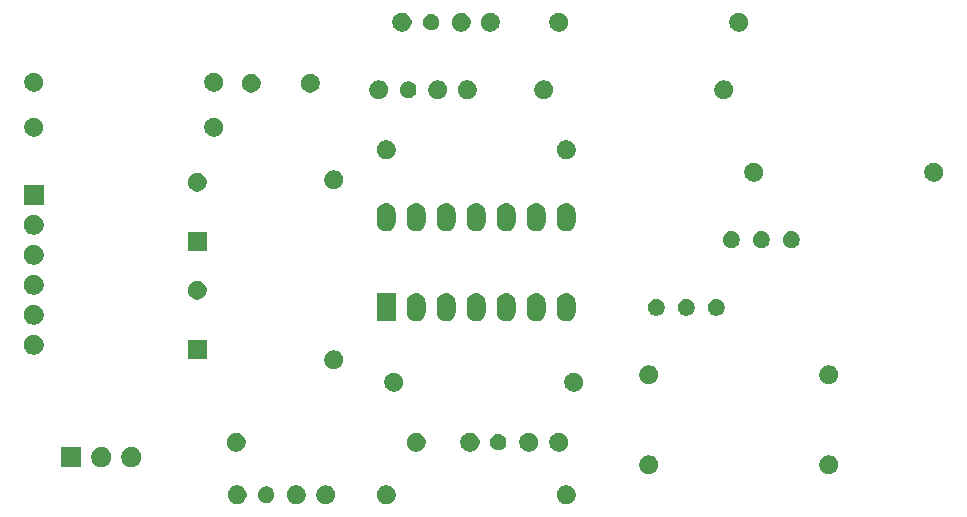
<source format=gbr>
G04 #@! TF.GenerationSoftware,KiCad,Pcbnew,(5.1.6)-1*
G04 #@! TF.CreationDate,2024-02-15T07:59:17+01:00*
G04 #@! TF.ProjectId,AetS_Spectrum_1way,41657453-5f53-4706-9563-7472756d5f31,rev?*
G04 #@! TF.SameCoordinates,Original*
G04 #@! TF.FileFunction,Soldermask,Bot*
G04 #@! TF.FilePolarity,Negative*
%FSLAX46Y46*%
G04 Gerber Fmt 4.6, Leading zero omitted, Abs format (unit mm)*
G04 Created by KiCad (PCBNEW (5.1.6)-1) date 2024-02-15 07:59:17*
%MOMM*%
%LPD*%
G01*
G04 APERTURE LIST*
%ADD10C,0.100000*%
G04 APERTURE END LIST*
D10*
G36*
X186883351Y-76065743D02*
G01*
X187028941Y-76126048D01*
X187159970Y-76213599D01*
X187271401Y-76325030D01*
X187358952Y-76456059D01*
X187419257Y-76601649D01*
X187450000Y-76756206D01*
X187450000Y-76913794D01*
X187419257Y-77068351D01*
X187358952Y-77213941D01*
X187271401Y-77344970D01*
X187159970Y-77456401D01*
X187028941Y-77543952D01*
X186883351Y-77604257D01*
X186728794Y-77635000D01*
X186571206Y-77635000D01*
X186416649Y-77604257D01*
X186271059Y-77543952D01*
X186140030Y-77456401D01*
X186028599Y-77344970D01*
X185941048Y-77213941D01*
X185880743Y-77068351D01*
X185850000Y-76913794D01*
X185850000Y-76756206D01*
X185880743Y-76601649D01*
X185941048Y-76456059D01*
X186028599Y-76325030D01*
X186140030Y-76213599D01*
X186271059Y-76126048D01*
X186416649Y-76065743D01*
X186571206Y-76035000D01*
X186728794Y-76035000D01*
X186883351Y-76065743D01*
G37*
G36*
X192003351Y-76065743D02*
G01*
X192148941Y-76126048D01*
X192279970Y-76213599D01*
X192391401Y-76325030D01*
X192478952Y-76456059D01*
X192539257Y-76601649D01*
X192570000Y-76756206D01*
X192570000Y-76913794D01*
X192539257Y-77068351D01*
X192478952Y-77213941D01*
X192391401Y-77344970D01*
X192279970Y-77456401D01*
X192148941Y-77543952D01*
X192003351Y-77604257D01*
X191848794Y-77635000D01*
X191691206Y-77635000D01*
X191536649Y-77604257D01*
X191391059Y-77543952D01*
X191260030Y-77456401D01*
X191148599Y-77344970D01*
X191061048Y-77213941D01*
X191000743Y-77068351D01*
X190970000Y-76913794D01*
X190970000Y-76756206D01*
X191000743Y-76601649D01*
X191061048Y-76456059D01*
X191148599Y-76325030D01*
X191260030Y-76213599D01*
X191391059Y-76126048D01*
X191536649Y-76065743D01*
X191691206Y-76035000D01*
X191848794Y-76035000D01*
X192003351Y-76065743D01*
G37*
G36*
X207243351Y-76065743D02*
G01*
X207388941Y-76126048D01*
X207519970Y-76213599D01*
X207631401Y-76325030D01*
X207718952Y-76456059D01*
X207779257Y-76601649D01*
X207810000Y-76756206D01*
X207810000Y-76913794D01*
X207779257Y-77068351D01*
X207718952Y-77213941D01*
X207631401Y-77344970D01*
X207519970Y-77456401D01*
X207388941Y-77543952D01*
X207243351Y-77604257D01*
X207088794Y-77635000D01*
X206931206Y-77635000D01*
X206776649Y-77604257D01*
X206631059Y-77543952D01*
X206500030Y-77456401D01*
X206388599Y-77344970D01*
X206301048Y-77213941D01*
X206240743Y-77068351D01*
X206210000Y-76913794D01*
X206210000Y-76756206D01*
X206240743Y-76601649D01*
X206301048Y-76456059D01*
X206388599Y-76325030D01*
X206500030Y-76213599D01*
X206631059Y-76126048D01*
X206776649Y-76065743D01*
X206931206Y-76035000D01*
X207088794Y-76035000D01*
X207243351Y-76065743D01*
G37*
G36*
X184383351Y-76065743D02*
G01*
X184528941Y-76126048D01*
X184659970Y-76213599D01*
X184771401Y-76325030D01*
X184858952Y-76456059D01*
X184919257Y-76601649D01*
X184950000Y-76756206D01*
X184950000Y-76913794D01*
X184919257Y-77068351D01*
X184858952Y-77213941D01*
X184771401Y-77344970D01*
X184659970Y-77456401D01*
X184528941Y-77543952D01*
X184383351Y-77604257D01*
X184228794Y-77635000D01*
X184071206Y-77635000D01*
X183916649Y-77604257D01*
X183771059Y-77543952D01*
X183640030Y-77456401D01*
X183528599Y-77344970D01*
X183441048Y-77213941D01*
X183380743Y-77068351D01*
X183350000Y-76913794D01*
X183350000Y-76756206D01*
X183380743Y-76601649D01*
X183441048Y-76456059D01*
X183528599Y-76325030D01*
X183640030Y-76213599D01*
X183771059Y-76126048D01*
X183916649Y-76065743D01*
X184071206Y-76035000D01*
X184228794Y-76035000D01*
X184383351Y-76065743D01*
G37*
G36*
X179383351Y-76065743D02*
G01*
X179528941Y-76126048D01*
X179659970Y-76213599D01*
X179771401Y-76325030D01*
X179858952Y-76456059D01*
X179919257Y-76601649D01*
X179950000Y-76756206D01*
X179950000Y-76913794D01*
X179919257Y-77068351D01*
X179858952Y-77213941D01*
X179771401Y-77344970D01*
X179659970Y-77456401D01*
X179528941Y-77543952D01*
X179383351Y-77604257D01*
X179228794Y-77635000D01*
X179071206Y-77635000D01*
X178916649Y-77604257D01*
X178771059Y-77543952D01*
X178640030Y-77456401D01*
X178528599Y-77344970D01*
X178441048Y-77213941D01*
X178380743Y-77068351D01*
X178350000Y-76913794D01*
X178350000Y-76756206D01*
X178380743Y-76601649D01*
X178441048Y-76456059D01*
X178528599Y-76325030D01*
X178640030Y-76213599D01*
X178771059Y-76126048D01*
X178916649Y-76065743D01*
X179071206Y-76035000D01*
X179228794Y-76035000D01*
X179383351Y-76065743D01*
G37*
G36*
X181814182Y-76161900D02*
G01*
X181941573Y-76214667D01*
X181941574Y-76214668D01*
X182056224Y-76291274D01*
X182153726Y-76388776D01*
X182153727Y-76388778D01*
X182230333Y-76503427D01*
X182283100Y-76630818D01*
X182310000Y-76766055D01*
X182310000Y-76903945D01*
X182283100Y-77039182D01*
X182230333Y-77166573D01*
X182230332Y-77166574D01*
X182153726Y-77281224D01*
X182056224Y-77378726D01*
X181998510Y-77417289D01*
X181941573Y-77455333D01*
X181814182Y-77508100D01*
X181678945Y-77535000D01*
X181541055Y-77535000D01*
X181405818Y-77508100D01*
X181278427Y-77455333D01*
X181221490Y-77417289D01*
X181163776Y-77378726D01*
X181066274Y-77281224D01*
X180989668Y-77166574D01*
X180989667Y-77166573D01*
X180936900Y-77039182D01*
X180910000Y-76903945D01*
X180910000Y-76766055D01*
X180936900Y-76630818D01*
X180989667Y-76503427D01*
X181066273Y-76388778D01*
X181066274Y-76388776D01*
X181163776Y-76291274D01*
X181278426Y-76214668D01*
X181278427Y-76214667D01*
X181405818Y-76161900D01*
X181541055Y-76135000D01*
X181678945Y-76135000D01*
X181814182Y-76161900D01*
G37*
G36*
X214228351Y-73525743D02*
G01*
X214373941Y-73586048D01*
X214504970Y-73673599D01*
X214616401Y-73785030D01*
X214703952Y-73916059D01*
X214764257Y-74061649D01*
X214795000Y-74216206D01*
X214795000Y-74373794D01*
X214764257Y-74528351D01*
X214703952Y-74673941D01*
X214616401Y-74804970D01*
X214504970Y-74916401D01*
X214373941Y-75003952D01*
X214228351Y-75064257D01*
X214073794Y-75095000D01*
X213916206Y-75095000D01*
X213761649Y-75064257D01*
X213616059Y-75003952D01*
X213485030Y-74916401D01*
X213373599Y-74804970D01*
X213286048Y-74673941D01*
X213225743Y-74528351D01*
X213195000Y-74373794D01*
X213195000Y-74216206D01*
X213225743Y-74061649D01*
X213286048Y-73916059D01*
X213373599Y-73785030D01*
X213485030Y-73673599D01*
X213616059Y-73586048D01*
X213761649Y-73525743D01*
X213916206Y-73495000D01*
X214073794Y-73495000D01*
X214228351Y-73525743D01*
G37*
G36*
X229468351Y-73525743D02*
G01*
X229613941Y-73586048D01*
X229744970Y-73673599D01*
X229856401Y-73785030D01*
X229943952Y-73916059D01*
X230004257Y-74061649D01*
X230035000Y-74216206D01*
X230035000Y-74373794D01*
X230004257Y-74528351D01*
X229943952Y-74673941D01*
X229856401Y-74804970D01*
X229744970Y-74916401D01*
X229613941Y-75003952D01*
X229468351Y-75064257D01*
X229313794Y-75095000D01*
X229156206Y-75095000D01*
X229001649Y-75064257D01*
X228856059Y-75003952D01*
X228725030Y-74916401D01*
X228613599Y-74804970D01*
X228526048Y-74673941D01*
X228465743Y-74528351D01*
X228435000Y-74373794D01*
X228435000Y-74216206D01*
X228465743Y-74061649D01*
X228526048Y-73916059D01*
X228613599Y-73785030D01*
X228725030Y-73673599D01*
X228856059Y-73586048D01*
X229001649Y-73525743D01*
X229156206Y-73495000D01*
X229313794Y-73495000D01*
X229468351Y-73525743D01*
G37*
G36*
X170427935Y-72842664D02*
G01*
X170566282Y-72899970D01*
X170582626Y-72906740D01*
X170721844Y-72999762D01*
X170840238Y-73118156D01*
X170888242Y-73190000D01*
X170933261Y-73257376D01*
X170997336Y-73412065D01*
X171030000Y-73576281D01*
X171030000Y-73743719D01*
X170997336Y-73907935D01*
X170933665Y-74061649D01*
X170933260Y-74062626D01*
X170840238Y-74201844D01*
X170721844Y-74320238D01*
X170582626Y-74413260D01*
X170582625Y-74413261D01*
X170582624Y-74413261D01*
X170427935Y-74477336D01*
X170263719Y-74510000D01*
X170096281Y-74510000D01*
X169932065Y-74477336D01*
X169777376Y-74413261D01*
X169777375Y-74413261D01*
X169777374Y-74413260D01*
X169638156Y-74320238D01*
X169519762Y-74201844D01*
X169426740Y-74062626D01*
X169426335Y-74061649D01*
X169362664Y-73907935D01*
X169330000Y-73743719D01*
X169330000Y-73576281D01*
X169362664Y-73412065D01*
X169426739Y-73257376D01*
X169471758Y-73190000D01*
X169519762Y-73118156D01*
X169638156Y-72999762D01*
X169777374Y-72906740D01*
X169793718Y-72899970D01*
X169932065Y-72842664D01*
X170096281Y-72810000D01*
X170263719Y-72810000D01*
X170427935Y-72842664D01*
G37*
G36*
X165950000Y-74510000D02*
G01*
X164250000Y-74510000D01*
X164250000Y-72810000D01*
X165950000Y-72810000D01*
X165950000Y-74510000D01*
G37*
G36*
X167887935Y-72842664D02*
G01*
X168026282Y-72899970D01*
X168042626Y-72906740D01*
X168181844Y-72999762D01*
X168300238Y-73118156D01*
X168348242Y-73190000D01*
X168393261Y-73257376D01*
X168457336Y-73412065D01*
X168490000Y-73576281D01*
X168490000Y-73743719D01*
X168457336Y-73907935D01*
X168393665Y-74061649D01*
X168393260Y-74062626D01*
X168300238Y-74201844D01*
X168181844Y-74320238D01*
X168042626Y-74413260D01*
X168042625Y-74413261D01*
X168042624Y-74413261D01*
X167887935Y-74477336D01*
X167723719Y-74510000D01*
X167556281Y-74510000D01*
X167392065Y-74477336D01*
X167237376Y-74413261D01*
X167237375Y-74413261D01*
X167237374Y-74413260D01*
X167098156Y-74320238D01*
X166979762Y-74201844D01*
X166886740Y-74062626D01*
X166886335Y-74061649D01*
X166822664Y-73907935D01*
X166790000Y-73743719D01*
X166790000Y-73576281D01*
X166822664Y-73412065D01*
X166886739Y-73257376D01*
X166931758Y-73190000D01*
X166979762Y-73118156D01*
X167098156Y-72999762D01*
X167237374Y-72906740D01*
X167253718Y-72899970D01*
X167392065Y-72842664D01*
X167556281Y-72810000D01*
X167723719Y-72810000D01*
X167887935Y-72842664D01*
G37*
G36*
X206608351Y-71620743D02*
G01*
X206753941Y-71681048D01*
X206884970Y-71768599D01*
X206996401Y-71880030D01*
X207083952Y-72011059D01*
X207144257Y-72156649D01*
X207175000Y-72311206D01*
X207175000Y-72468794D01*
X207144257Y-72623351D01*
X207083952Y-72768941D01*
X206996401Y-72899970D01*
X206884970Y-73011401D01*
X206753941Y-73098952D01*
X206608351Y-73159257D01*
X206453794Y-73190000D01*
X206296206Y-73190000D01*
X206141649Y-73159257D01*
X205996059Y-73098952D01*
X205865030Y-73011401D01*
X205753599Y-72899970D01*
X205666048Y-72768941D01*
X205605743Y-72623351D01*
X205575000Y-72468794D01*
X205575000Y-72311206D01*
X205605743Y-72156649D01*
X205666048Y-72011059D01*
X205753599Y-71880030D01*
X205865030Y-71768599D01*
X205996059Y-71681048D01*
X206141649Y-71620743D01*
X206296206Y-71590000D01*
X206453794Y-71590000D01*
X206608351Y-71620743D01*
G37*
G36*
X204068351Y-71620743D02*
G01*
X204213941Y-71681048D01*
X204344970Y-71768599D01*
X204456401Y-71880030D01*
X204543952Y-72011059D01*
X204604257Y-72156649D01*
X204635000Y-72311206D01*
X204635000Y-72468794D01*
X204604257Y-72623351D01*
X204543952Y-72768941D01*
X204456401Y-72899970D01*
X204344970Y-73011401D01*
X204213941Y-73098952D01*
X204068351Y-73159257D01*
X203913794Y-73190000D01*
X203756206Y-73190000D01*
X203601649Y-73159257D01*
X203456059Y-73098952D01*
X203325030Y-73011401D01*
X203213599Y-72899970D01*
X203126048Y-72768941D01*
X203065743Y-72623351D01*
X203035000Y-72468794D01*
X203035000Y-72311206D01*
X203065743Y-72156649D01*
X203126048Y-72011059D01*
X203213599Y-71880030D01*
X203325030Y-71768599D01*
X203456059Y-71681048D01*
X203601649Y-71620743D01*
X203756206Y-71590000D01*
X203913794Y-71590000D01*
X204068351Y-71620743D01*
G37*
G36*
X199108351Y-71620743D02*
G01*
X199253941Y-71681048D01*
X199384970Y-71768599D01*
X199496401Y-71880030D01*
X199583952Y-72011059D01*
X199644257Y-72156649D01*
X199675000Y-72311206D01*
X199675000Y-72468794D01*
X199644257Y-72623351D01*
X199583952Y-72768941D01*
X199496401Y-72899970D01*
X199384970Y-73011401D01*
X199253941Y-73098952D01*
X199108351Y-73159257D01*
X198953794Y-73190000D01*
X198756206Y-73190000D01*
X198601649Y-73159257D01*
X198456059Y-73098952D01*
X198325030Y-73011401D01*
X198213599Y-72899970D01*
X198126048Y-72768941D01*
X198065743Y-72623351D01*
X198035000Y-72468794D01*
X198035000Y-72311206D01*
X198065743Y-72156649D01*
X198126048Y-72011059D01*
X198213599Y-71880030D01*
X198325030Y-71768599D01*
X198456059Y-71681048D01*
X198601649Y-71620743D01*
X198756206Y-71590000D01*
X198953794Y-71590000D01*
X199108351Y-71620743D01*
G37*
G36*
X179303351Y-71620743D02*
G01*
X179448941Y-71681048D01*
X179579970Y-71768599D01*
X179691401Y-71880030D01*
X179778952Y-72011059D01*
X179839257Y-72156649D01*
X179870000Y-72311206D01*
X179870000Y-72468794D01*
X179839257Y-72623351D01*
X179778952Y-72768941D01*
X179691401Y-72899970D01*
X179579970Y-73011401D01*
X179448941Y-73098952D01*
X179303351Y-73159257D01*
X179148794Y-73190000D01*
X178991206Y-73190000D01*
X178836649Y-73159257D01*
X178691059Y-73098952D01*
X178560030Y-73011401D01*
X178448599Y-72899970D01*
X178361048Y-72768941D01*
X178300743Y-72623351D01*
X178270000Y-72468794D01*
X178270000Y-72311206D01*
X178300743Y-72156649D01*
X178361048Y-72011059D01*
X178448599Y-71880030D01*
X178560030Y-71768599D01*
X178691059Y-71681048D01*
X178836649Y-71620743D01*
X178991206Y-71590000D01*
X179148794Y-71590000D01*
X179303351Y-71620743D01*
G37*
G36*
X194543351Y-71620743D02*
G01*
X194688941Y-71681048D01*
X194819970Y-71768599D01*
X194931401Y-71880030D01*
X195018952Y-72011059D01*
X195079257Y-72156649D01*
X195110000Y-72311206D01*
X195110000Y-72468794D01*
X195079257Y-72623351D01*
X195018952Y-72768941D01*
X194931401Y-72899970D01*
X194819970Y-73011401D01*
X194688941Y-73098952D01*
X194543351Y-73159257D01*
X194388794Y-73190000D01*
X194231206Y-73190000D01*
X194076649Y-73159257D01*
X193931059Y-73098952D01*
X193800030Y-73011401D01*
X193688599Y-72899970D01*
X193601048Y-72768941D01*
X193540743Y-72623351D01*
X193510000Y-72468794D01*
X193510000Y-72311206D01*
X193540743Y-72156649D01*
X193601048Y-72011059D01*
X193688599Y-71880030D01*
X193800030Y-71768599D01*
X193931059Y-71681048D01*
X194076649Y-71620743D01*
X194231206Y-71590000D01*
X194388794Y-71590000D01*
X194543351Y-71620743D01*
G37*
G36*
X201459182Y-71716900D02*
G01*
X201586573Y-71769667D01*
X201586574Y-71769668D01*
X201701224Y-71846274D01*
X201798726Y-71943776D01*
X201798727Y-71943778D01*
X201875333Y-72058427D01*
X201928100Y-72185818D01*
X201955000Y-72321055D01*
X201955000Y-72458945D01*
X201928100Y-72594182D01*
X201875333Y-72721573D01*
X201875332Y-72721574D01*
X201798726Y-72836224D01*
X201701224Y-72933726D01*
X201643510Y-72972289D01*
X201586573Y-73010333D01*
X201459182Y-73063100D01*
X201323945Y-73090000D01*
X201186055Y-73090000D01*
X201050818Y-73063100D01*
X200923427Y-73010333D01*
X200866490Y-72972289D01*
X200808776Y-72933726D01*
X200711274Y-72836224D01*
X200634668Y-72721574D01*
X200634667Y-72721573D01*
X200581900Y-72594182D01*
X200555000Y-72458945D01*
X200555000Y-72321055D01*
X200581900Y-72185818D01*
X200634667Y-72058427D01*
X200711273Y-71943778D01*
X200711274Y-71943776D01*
X200808776Y-71846274D01*
X200923426Y-71769668D01*
X200923427Y-71769667D01*
X201050818Y-71716900D01*
X201186055Y-71690000D01*
X201323945Y-71690000D01*
X201459182Y-71716900D01*
G37*
G36*
X207878351Y-66540743D02*
G01*
X208023941Y-66601048D01*
X208154970Y-66688599D01*
X208266401Y-66800030D01*
X208353952Y-66931059D01*
X208414257Y-67076649D01*
X208445000Y-67231206D01*
X208445000Y-67388794D01*
X208414257Y-67543351D01*
X208353952Y-67688941D01*
X208266401Y-67819970D01*
X208154970Y-67931401D01*
X208023941Y-68018952D01*
X207878351Y-68079257D01*
X207723794Y-68110000D01*
X207566206Y-68110000D01*
X207411649Y-68079257D01*
X207266059Y-68018952D01*
X207135030Y-67931401D01*
X207023599Y-67819970D01*
X206936048Y-67688941D01*
X206875743Y-67543351D01*
X206845000Y-67388794D01*
X206845000Y-67231206D01*
X206875743Y-67076649D01*
X206936048Y-66931059D01*
X207023599Y-66800030D01*
X207135030Y-66688599D01*
X207266059Y-66601048D01*
X207411649Y-66540743D01*
X207566206Y-66510000D01*
X207723794Y-66510000D01*
X207878351Y-66540743D01*
G37*
G36*
X192638351Y-66540743D02*
G01*
X192783941Y-66601048D01*
X192914970Y-66688599D01*
X193026401Y-66800030D01*
X193113952Y-66931059D01*
X193174257Y-67076649D01*
X193205000Y-67231206D01*
X193205000Y-67388794D01*
X193174257Y-67543351D01*
X193113952Y-67688941D01*
X193026401Y-67819970D01*
X192914970Y-67931401D01*
X192783941Y-68018952D01*
X192638351Y-68079257D01*
X192483794Y-68110000D01*
X192326206Y-68110000D01*
X192171649Y-68079257D01*
X192026059Y-68018952D01*
X191895030Y-67931401D01*
X191783599Y-67819970D01*
X191696048Y-67688941D01*
X191635743Y-67543351D01*
X191605000Y-67388794D01*
X191605000Y-67231206D01*
X191635743Y-67076649D01*
X191696048Y-66931059D01*
X191783599Y-66800030D01*
X191895030Y-66688599D01*
X192026059Y-66601048D01*
X192171649Y-66540743D01*
X192326206Y-66510000D01*
X192483794Y-66510000D01*
X192638351Y-66540743D01*
G37*
G36*
X214228351Y-65905743D02*
G01*
X214373941Y-65966048D01*
X214504970Y-66053599D01*
X214616401Y-66165030D01*
X214703952Y-66296059D01*
X214764257Y-66441649D01*
X214795000Y-66596206D01*
X214795000Y-66753794D01*
X214764257Y-66908351D01*
X214703952Y-67053941D01*
X214616401Y-67184970D01*
X214504970Y-67296401D01*
X214373941Y-67383952D01*
X214228351Y-67444257D01*
X214073794Y-67475000D01*
X213916206Y-67475000D01*
X213761649Y-67444257D01*
X213616059Y-67383952D01*
X213485030Y-67296401D01*
X213373599Y-67184970D01*
X213286048Y-67053941D01*
X213225743Y-66908351D01*
X213195000Y-66753794D01*
X213195000Y-66596206D01*
X213225743Y-66441649D01*
X213286048Y-66296059D01*
X213373599Y-66165030D01*
X213485030Y-66053599D01*
X213616059Y-65966048D01*
X213761649Y-65905743D01*
X213916206Y-65875000D01*
X214073794Y-65875000D01*
X214228351Y-65905743D01*
G37*
G36*
X229468351Y-65905743D02*
G01*
X229613941Y-65966048D01*
X229744970Y-66053599D01*
X229856401Y-66165030D01*
X229943952Y-66296059D01*
X230004257Y-66441649D01*
X230035000Y-66596206D01*
X230035000Y-66753794D01*
X230004257Y-66908351D01*
X229943952Y-67053941D01*
X229856401Y-67184970D01*
X229744970Y-67296401D01*
X229613941Y-67383952D01*
X229468351Y-67444257D01*
X229313794Y-67475000D01*
X229156206Y-67475000D01*
X229001649Y-67444257D01*
X228856059Y-67383952D01*
X228725030Y-67296401D01*
X228613599Y-67184970D01*
X228526048Y-67053941D01*
X228465743Y-66908351D01*
X228435000Y-66753794D01*
X228435000Y-66596206D01*
X228465743Y-66441649D01*
X228526048Y-66296059D01*
X228613599Y-66165030D01*
X228725030Y-66053599D01*
X228856059Y-65966048D01*
X229001649Y-65905743D01*
X229156206Y-65875000D01*
X229313794Y-65875000D01*
X229468351Y-65905743D01*
G37*
G36*
X187558351Y-64635743D02*
G01*
X187703941Y-64696048D01*
X187834970Y-64783599D01*
X187946401Y-64895030D01*
X188033952Y-65026059D01*
X188094257Y-65171649D01*
X188125000Y-65326206D01*
X188125000Y-65483794D01*
X188094257Y-65638351D01*
X188033952Y-65783941D01*
X187946401Y-65914970D01*
X187834970Y-66026401D01*
X187703941Y-66113952D01*
X187558351Y-66174257D01*
X187403794Y-66205000D01*
X187246206Y-66205000D01*
X187091649Y-66174257D01*
X186946059Y-66113952D01*
X186815030Y-66026401D01*
X186703599Y-65914970D01*
X186616048Y-65783941D01*
X186555743Y-65638351D01*
X186525000Y-65483794D01*
X186525000Y-65326206D01*
X186555743Y-65171649D01*
X186616048Y-65026059D01*
X186703599Y-64895030D01*
X186815030Y-64783599D01*
X186946059Y-64696048D01*
X187091649Y-64635743D01*
X187246206Y-64605000D01*
X187403794Y-64605000D01*
X187558351Y-64635743D01*
G37*
G36*
X176568000Y-65316000D02*
G01*
X174968000Y-65316000D01*
X174968000Y-63716000D01*
X176568000Y-63716000D01*
X176568000Y-65316000D01*
G37*
G36*
X162172935Y-63317664D02*
G01*
X162327624Y-63381739D01*
X162327626Y-63381740D01*
X162466844Y-63474762D01*
X162585238Y-63593156D01*
X162667319Y-63716000D01*
X162678261Y-63732376D01*
X162742336Y-63887065D01*
X162775000Y-64051281D01*
X162775000Y-64218719D01*
X162742336Y-64382935D01*
X162678261Y-64537624D01*
X162678260Y-64537626D01*
X162585238Y-64676844D01*
X162466844Y-64795238D01*
X162327626Y-64888260D01*
X162327625Y-64888261D01*
X162327624Y-64888261D01*
X162172935Y-64952336D01*
X162008719Y-64985000D01*
X161841281Y-64985000D01*
X161677065Y-64952336D01*
X161522376Y-64888261D01*
X161522375Y-64888261D01*
X161522374Y-64888260D01*
X161383156Y-64795238D01*
X161264762Y-64676844D01*
X161171740Y-64537626D01*
X161171739Y-64537624D01*
X161107664Y-64382935D01*
X161075000Y-64218719D01*
X161075000Y-64051281D01*
X161107664Y-63887065D01*
X161171739Y-63732376D01*
X161182681Y-63716000D01*
X161264762Y-63593156D01*
X161383156Y-63474762D01*
X161522374Y-63381740D01*
X161522376Y-63381739D01*
X161677065Y-63317664D01*
X161841281Y-63285000D01*
X162008719Y-63285000D01*
X162172935Y-63317664D01*
G37*
G36*
X162172935Y-60777664D02*
G01*
X162327624Y-60841739D01*
X162327626Y-60841740D01*
X162466844Y-60934762D01*
X162585238Y-61053156D01*
X162663320Y-61170015D01*
X162678261Y-61192376D01*
X162742336Y-61347065D01*
X162775000Y-61511281D01*
X162775000Y-61678719D01*
X162742336Y-61842935D01*
X162678261Y-61997624D01*
X162678260Y-61997626D01*
X162585238Y-62136844D01*
X162466844Y-62255238D01*
X162327626Y-62348260D01*
X162327625Y-62348261D01*
X162327624Y-62348261D01*
X162172935Y-62412336D01*
X162008719Y-62445000D01*
X161841281Y-62445000D01*
X161677065Y-62412336D01*
X161522376Y-62348261D01*
X161522375Y-62348261D01*
X161522374Y-62348260D01*
X161383156Y-62255238D01*
X161264762Y-62136844D01*
X161171740Y-61997626D01*
X161171739Y-61997624D01*
X161107664Y-61842935D01*
X161075000Y-61678719D01*
X161075000Y-61511281D01*
X161107664Y-61347065D01*
X161171739Y-61192376D01*
X161186680Y-61170015D01*
X161264762Y-61053156D01*
X161383156Y-60934762D01*
X161522374Y-60841740D01*
X161522376Y-60841739D01*
X161677065Y-60777664D01*
X161841281Y-60745000D01*
X162008719Y-60745000D01*
X162172935Y-60777664D01*
G37*
G36*
X199546826Y-59771576D02*
G01*
X199697627Y-59817321D01*
X199697629Y-59817322D01*
X199836604Y-59891606D01*
X199836606Y-59891607D01*
X199836605Y-59891607D01*
X199958422Y-59991578D01*
X200040466Y-60091550D01*
X200058394Y-60113395D01*
X200118022Y-60224951D01*
X200132679Y-60252372D01*
X200178424Y-60403173D01*
X200190000Y-60520707D01*
X200190000Y-61399293D01*
X200178424Y-61516827D01*
X200153783Y-61598056D01*
X200132678Y-61667630D01*
X200058394Y-61806605D01*
X199958422Y-61928422D01*
X199836605Y-62028394D01*
X199697630Y-62102678D01*
X199697628Y-62102679D01*
X199546827Y-62148424D01*
X199390000Y-62163870D01*
X199233174Y-62148424D01*
X199082373Y-62102679D01*
X199082371Y-62102678D01*
X198943396Y-62028394D01*
X198821579Y-61928422D01*
X198721607Y-61806605D01*
X198647323Y-61667630D01*
X198626218Y-61598056D01*
X198601577Y-61516827D01*
X198590000Y-61399293D01*
X198590000Y-60520708D01*
X198601576Y-60403174D01*
X198647321Y-60252373D01*
X198647323Y-60252370D01*
X198721606Y-60113396D01*
X198793354Y-60025970D01*
X198821578Y-59991578D01*
X198943394Y-59891607D01*
X198943393Y-59891607D01*
X198943395Y-59891606D01*
X199082370Y-59817322D01*
X199082372Y-59817321D01*
X199233173Y-59771576D01*
X199390000Y-59756130D01*
X199546826Y-59771576D01*
G37*
G36*
X197006826Y-59771576D02*
G01*
X197157627Y-59817321D01*
X197157629Y-59817322D01*
X197296604Y-59891606D01*
X197296606Y-59891607D01*
X197296605Y-59891607D01*
X197418422Y-59991578D01*
X197500466Y-60091550D01*
X197518394Y-60113395D01*
X197578022Y-60224951D01*
X197592679Y-60252372D01*
X197638424Y-60403173D01*
X197650000Y-60520707D01*
X197650000Y-61399293D01*
X197638424Y-61516827D01*
X197613783Y-61598056D01*
X197592678Y-61667630D01*
X197518394Y-61806605D01*
X197418422Y-61928422D01*
X197296605Y-62028394D01*
X197157630Y-62102678D01*
X197157628Y-62102679D01*
X197006827Y-62148424D01*
X196850000Y-62163870D01*
X196693174Y-62148424D01*
X196542373Y-62102679D01*
X196542371Y-62102678D01*
X196403396Y-62028394D01*
X196281579Y-61928422D01*
X196181607Y-61806605D01*
X196107323Y-61667630D01*
X196086218Y-61598056D01*
X196061577Y-61516827D01*
X196050000Y-61399293D01*
X196050000Y-60520708D01*
X196061576Y-60403174D01*
X196107321Y-60252373D01*
X196107323Y-60252370D01*
X196181606Y-60113396D01*
X196253354Y-60025970D01*
X196281578Y-59991578D01*
X196403394Y-59891607D01*
X196403393Y-59891607D01*
X196403395Y-59891606D01*
X196542370Y-59817322D01*
X196542372Y-59817321D01*
X196693173Y-59771576D01*
X196850000Y-59756130D01*
X197006826Y-59771576D01*
G37*
G36*
X202086826Y-59771576D02*
G01*
X202237627Y-59817321D01*
X202237629Y-59817322D01*
X202376604Y-59891606D01*
X202376606Y-59891607D01*
X202376605Y-59891607D01*
X202498422Y-59991578D01*
X202580466Y-60091550D01*
X202598394Y-60113395D01*
X202658022Y-60224951D01*
X202672679Y-60252372D01*
X202718424Y-60403173D01*
X202730000Y-60520707D01*
X202730000Y-61399293D01*
X202718424Y-61516827D01*
X202693783Y-61598056D01*
X202672678Y-61667630D01*
X202598394Y-61806605D01*
X202498422Y-61928422D01*
X202376605Y-62028394D01*
X202237630Y-62102678D01*
X202237628Y-62102679D01*
X202086827Y-62148424D01*
X201930000Y-62163870D01*
X201773174Y-62148424D01*
X201622373Y-62102679D01*
X201622371Y-62102678D01*
X201483396Y-62028394D01*
X201361579Y-61928422D01*
X201261607Y-61806605D01*
X201187323Y-61667630D01*
X201166218Y-61598056D01*
X201141577Y-61516827D01*
X201130000Y-61399293D01*
X201130000Y-60520708D01*
X201141576Y-60403174D01*
X201187321Y-60252373D01*
X201187323Y-60252370D01*
X201261606Y-60113396D01*
X201333354Y-60025970D01*
X201361578Y-59991578D01*
X201483394Y-59891607D01*
X201483393Y-59891607D01*
X201483395Y-59891606D01*
X201622370Y-59817322D01*
X201622372Y-59817321D01*
X201773173Y-59771576D01*
X201930000Y-59756130D01*
X202086826Y-59771576D01*
G37*
G36*
X204626826Y-59771576D02*
G01*
X204777627Y-59817321D01*
X204777629Y-59817322D01*
X204916604Y-59891606D01*
X204916606Y-59891607D01*
X204916605Y-59891607D01*
X205038422Y-59991578D01*
X205120466Y-60091550D01*
X205138394Y-60113395D01*
X205198022Y-60224951D01*
X205212679Y-60252372D01*
X205258424Y-60403173D01*
X205270000Y-60520707D01*
X205270000Y-61399293D01*
X205258424Y-61516827D01*
X205233783Y-61598056D01*
X205212678Y-61667630D01*
X205138394Y-61806605D01*
X205038422Y-61928422D01*
X204916605Y-62028394D01*
X204777630Y-62102678D01*
X204777628Y-62102679D01*
X204626827Y-62148424D01*
X204470000Y-62163870D01*
X204313174Y-62148424D01*
X204162373Y-62102679D01*
X204162371Y-62102678D01*
X204023396Y-62028394D01*
X203901579Y-61928422D01*
X203801607Y-61806605D01*
X203727323Y-61667630D01*
X203706218Y-61598056D01*
X203681577Y-61516827D01*
X203670000Y-61399293D01*
X203670000Y-60520708D01*
X203681576Y-60403174D01*
X203727321Y-60252373D01*
X203727323Y-60252370D01*
X203801606Y-60113396D01*
X203873354Y-60025970D01*
X203901578Y-59991578D01*
X204023394Y-59891607D01*
X204023393Y-59891607D01*
X204023395Y-59891606D01*
X204162370Y-59817322D01*
X204162372Y-59817321D01*
X204313173Y-59771576D01*
X204470000Y-59756130D01*
X204626826Y-59771576D01*
G37*
G36*
X207166826Y-59771576D02*
G01*
X207317627Y-59817321D01*
X207317629Y-59817322D01*
X207456604Y-59891606D01*
X207456606Y-59891607D01*
X207456605Y-59891607D01*
X207578422Y-59991578D01*
X207660466Y-60091550D01*
X207678394Y-60113395D01*
X207738022Y-60224951D01*
X207752679Y-60252372D01*
X207798424Y-60403173D01*
X207810000Y-60520707D01*
X207810000Y-61399293D01*
X207798424Y-61516827D01*
X207773783Y-61598056D01*
X207752678Y-61667630D01*
X207678394Y-61806605D01*
X207578422Y-61928422D01*
X207456605Y-62028394D01*
X207317630Y-62102678D01*
X207317628Y-62102679D01*
X207166827Y-62148424D01*
X207010000Y-62163870D01*
X206853174Y-62148424D01*
X206702373Y-62102679D01*
X206702371Y-62102678D01*
X206563396Y-62028394D01*
X206441579Y-61928422D01*
X206341607Y-61806605D01*
X206267323Y-61667630D01*
X206246218Y-61598056D01*
X206221577Y-61516827D01*
X206210000Y-61399293D01*
X206210000Y-60520708D01*
X206221576Y-60403174D01*
X206267321Y-60252373D01*
X206267323Y-60252370D01*
X206341606Y-60113396D01*
X206413354Y-60025970D01*
X206441578Y-59991578D01*
X206563394Y-59891607D01*
X206563393Y-59891607D01*
X206563395Y-59891606D01*
X206702370Y-59817322D01*
X206702372Y-59817321D01*
X206853173Y-59771576D01*
X207010000Y-59756130D01*
X207166826Y-59771576D01*
G37*
G36*
X194466826Y-59771576D02*
G01*
X194617627Y-59817321D01*
X194617629Y-59817322D01*
X194756604Y-59891606D01*
X194756606Y-59891607D01*
X194756605Y-59891607D01*
X194878422Y-59991578D01*
X194960466Y-60091550D01*
X194978394Y-60113395D01*
X195038022Y-60224951D01*
X195052679Y-60252372D01*
X195098424Y-60403173D01*
X195110000Y-60520707D01*
X195110000Y-61399293D01*
X195098424Y-61516827D01*
X195073783Y-61598056D01*
X195052678Y-61667630D01*
X194978394Y-61806605D01*
X194878422Y-61928422D01*
X194756605Y-62028394D01*
X194617630Y-62102678D01*
X194617628Y-62102679D01*
X194466827Y-62148424D01*
X194310000Y-62163870D01*
X194153174Y-62148424D01*
X194002373Y-62102679D01*
X194002371Y-62102678D01*
X193863396Y-62028394D01*
X193741579Y-61928422D01*
X193641607Y-61806605D01*
X193567323Y-61667630D01*
X193546218Y-61598056D01*
X193521577Y-61516827D01*
X193510000Y-61399293D01*
X193510000Y-60520708D01*
X193521576Y-60403174D01*
X193567321Y-60252373D01*
X193567323Y-60252370D01*
X193641606Y-60113396D01*
X193713354Y-60025970D01*
X193741578Y-59991578D01*
X193863394Y-59891607D01*
X193863393Y-59891607D01*
X193863395Y-59891606D01*
X194002370Y-59817322D01*
X194002372Y-59817321D01*
X194153173Y-59771576D01*
X194310000Y-59756130D01*
X194466826Y-59771576D01*
G37*
G36*
X192570000Y-62160000D02*
G01*
X190970000Y-62160000D01*
X190970000Y-59760000D01*
X192570000Y-59760000D01*
X192570000Y-62160000D01*
G37*
G36*
X217380015Y-60267668D02*
G01*
X217496698Y-60316000D01*
X217511048Y-60321944D01*
X217628973Y-60400739D01*
X217729261Y-60501027D01*
X217808057Y-60618954D01*
X217862332Y-60749985D01*
X217890000Y-60889084D01*
X217890000Y-61030916D01*
X217862332Y-61170015D01*
X217808057Y-61301046D01*
X217808056Y-61301048D01*
X217729261Y-61418973D01*
X217628973Y-61519261D01*
X217511048Y-61598056D01*
X217511047Y-61598057D01*
X217511046Y-61598057D01*
X217380015Y-61652332D01*
X217240916Y-61680000D01*
X217099084Y-61680000D01*
X216959985Y-61652332D01*
X216828954Y-61598057D01*
X216828953Y-61598057D01*
X216828952Y-61598056D01*
X216711027Y-61519261D01*
X216610739Y-61418973D01*
X216531944Y-61301048D01*
X216531943Y-61301046D01*
X216477668Y-61170015D01*
X216450000Y-61030916D01*
X216450000Y-60889084D01*
X216477668Y-60749985D01*
X216531943Y-60618954D01*
X216610739Y-60501027D01*
X216711027Y-60400739D01*
X216828952Y-60321944D01*
X216843302Y-60316000D01*
X216959985Y-60267668D01*
X217099084Y-60240000D01*
X217240916Y-60240000D01*
X217380015Y-60267668D01*
G37*
G36*
X219920015Y-60267668D02*
G01*
X220036698Y-60316000D01*
X220051048Y-60321944D01*
X220168973Y-60400739D01*
X220269261Y-60501027D01*
X220348057Y-60618954D01*
X220402332Y-60749985D01*
X220430000Y-60889084D01*
X220430000Y-61030916D01*
X220402332Y-61170015D01*
X220348057Y-61301046D01*
X220348056Y-61301048D01*
X220269261Y-61418973D01*
X220168973Y-61519261D01*
X220051048Y-61598056D01*
X220051047Y-61598057D01*
X220051046Y-61598057D01*
X219920015Y-61652332D01*
X219780916Y-61680000D01*
X219639084Y-61680000D01*
X219499985Y-61652332D01*
X219368954Y-61598057D01*
X219368953Y-61598057D01*
X219368952Y-61598056D01*
X219251027Y-61519261D01*
X219150739Y-61418973D01*
X219071944Y-61301048D01*
X219071943Y-61301046D01*
X219017668Y-61170015D01*
X218990000Y-61030916D01*
X218990000Y-60889084D01*
X219017668Y-60749985D01*
X219071943Y-60618954D01*
X219150739Y-60501027D01*
X219251027Y-60400739D01*
X219368952Y-60321944D01*
X219383302Y-60316000D01*
X219499985Y-60267668D01*
X219639084Y-60240000D01*
X219780916Y-60240000D01*
X219920015Y-60267668D01*
G37*
G36*
X214840015Y-60267668D02*
G01*
X214956698Y-60316000D01*
X214971048Y-60321944D01*
X215088973Y-60400739D01*
X215189261Y-60501027D01*
X215268057Y-60618954D01*
X215322332Y-60749985D01*
X215350000Y-60889084D01*
X215350000Y-61030916D01*
X215322332Y-61170015D01*
X215268057Y-61301046D01*
X215268056Y-61301048D01*
X215189261Y-61418973D01*
X215088973Y-61519261D01*
X214971048Y-61598056D01*
X214971047Y-61598057D01*
X214971046Y-61598057D01*
X214840015Y-61652332D01*
X214700916Y-61680000D01*
X214559084Y-61680000D01*
X214419985Y-61652332D01*
X214288954Y-61598057D01*
X214288953Y-61598057D01*
X214288952Y-61598056D01*
X214171027Y-61519261D01*
X214070739Y-61418973D01*
X213991944Y-61301048D01*
X213991943Y-61301046D01*
X213937668Y-61170015D01*
X213910000Y-61030916D01*
X213910000Y-60889084D01*
X213937668Y-60749985D01*
X213991943Y-60618954D01*
X214070739Y-60501027D01*
X214171027Y-60400739D01*
X214288952Y-60321944D01*
X214303302Y-60316000D01*
X214419985Y-60267668D01*
X214559084Y-60240000D01*
X214700916Y-60240000D01*
X214840015Y-60267668D01*
G37*
G36*
X176001351Y-58746743D02*
G01*
X176146941Y-58807048D01*
X176277970Y-58894599D01*
X176389401Y-59006030D01*
X176476952Y-59137059D01*
X176537257Y-59282649D01*
X176568000Y-59437206D01*
X176568000Y-59594794D01*
X176537257Y-59749351D01*
X176476952Y-59894941D01*
X176389401Y-60025970D01*
X176277970Y-60137401D01*
X176146941Y-60224952D01*
X176001351Y-60285257D01*
X175846794Y-60316000D01*
X175689206Y-60316000D01*
X175534649Y-60285257D01*
X175389059Y-60224952D01*
X175258030Y-60137401D01*
X175146599Y-60025970D01*
X175059048Y-59894941D01*
X174998743Y-59749351D01*
X174968000Y-59594794D01*
X174968000Y-59437206D01*
X174998743Y-59282649D01*
X175059048Y-59137059D01*
X175146599Y-59006030D01*
X175258030Y-58894599D01*
X175389059Y-58807048D01*
X175534649Y-58746743D01*
X175689206Y-58716000D01*
X175846794Y-58716000D01*
X176001351Y-58746743D01*
G37*
G36*
X162172935Y-58237664D02*
G01*
X162327624Y-58301739D01*
X162327626Y-58301740D01*
X162466844Y-58394762D01*
X162585238Y-58513156D01*
X162678260Y-58652374D01*
X162678261Y-58652376D01*
X162742336Y-58807065D01*
X162775000Y-58971281D01*
X162775000Y-59138719D01*
X162742336Y-59302935D01*
X162686718Y-59437207D01*
X162678260Y-59457626D01*
X162585238Y-59596844D01*
X162466844Y-59715238D01*
X162327626Y-59808260D01*
X162327625Y-59808261D01*
X162327624Y-59808261D01*
X162172935Y-59872336D01*
X162008719Y-59905000D01*
X161841281Y-59905000D01*
X161677065Y-59872336D01*
X161522376Y-59808261D01*
X161522375Y-59808261D01*
X161522374Y-59808260D01*
X161383156Y-59715238D01*
X161264762Y-59596844D01*
X161171740Y-59457626D01*
X161163282Y-59437207D01*
X161107664Y-59302935D01*
X161075000Y-59138719D01*
X161075000Y-58971281D01*
X161107664Y-58807065D01*
X161171739Y-58652376D01*
X161171740Y-58652374D01*
X161264762Y-58513156D01*
X161383156Y-58394762D01*
X161522374Y-58301740D01*
X161522376Y-58301739D01*
X161677065Y-58237664D01*
X161841281Y-58205000D01*
X162008719Y-58205000D01*
X162172935Y-58237664D01*
G37*
G36*
X162172935Y-55697664D02*
G01*
X162327624Y-55761739D01*
X162327626Y-55761740D01*
X162466844Y-55854762D01*
X162585238Y-55973156D01*
X162678260Y-56112374D01*
X162678261Y-56112376D01*
X162742336Y-56267065D01*
X162775000Y-56431281D01*
X162775000Y-56598719D01*
X162742336Y-56762935D01*
X162678261Y-56917624D01*
X162678260Y-56917626D01*
X162585238Y-57056844D01*
X162466844Y-57175238D01*
X162327626Y-57268260D01*
X162327625Y-57268261D01*
X162327624Y-57268261D01*
X162172935Y-57332336D01*
X162008719Y-57365000D01*
X161841281Y-57365000D01*
X161677065Y-57332336D01*
X161522376Y-57268261D01*
X161522375Y-57268261D01*
X161522374Y-57268260D01*
X161383156Y-57175238D01*
X161264762Y-57056844D01*
X161171740Y-56917626D01*
X161171739Y-56917624D01*
X161107664Y-56762935D01*
X161075000Y-56598719D01*
X161075000Y-56431281D01*
X161107664Y-56267065D01*
X161171739Y-56112376D01*
X161171740Y-56112374D01*
X161264762Y-55973156D01*
X161383156Y-55854762D01*
X161522374Y-55761740D01*
X161522376Y-55761739D01*
X161677065Y-55697664D01*
X161841281Y-55665000D01*
X162008719Y-55665000D01*
X162172935Y-55697664D01*
G37*
G36*
X176568000Y-56172000D02*
G01*
X174968000Y-56172000D01*
X174968000Y-54572000D01*
X176568000Y-54572000D01*
X176568000Y-56172000D01*
G37*
G36*
X221190015Y-54552668D02*
G01*
X221321046Y-54606943D01*
X221321048Y-54606944D01*
X221363393Y-54635238D01*
X221438973Y-54685739D01*
X221539261Y-54786027D01*
X221618057Y-54903954D01*
X221672332Y-55034985D01*
X221700000Y-55174084D01*
X221700000Y-55315916D01*
X221672332Y-55455015D01*
X221618057Y-55586046D01*
X221618056Y-55586048D01*
X221539261Y-55703973D01*
X221438973Y-55804261D01*
X221321048Y-55883056D01*
X221321047Y-55883057D01*
X221321046Y-55883057D01*
X221190015Y-55937332D01*
X221050916Y-55965000D01*
X220909084Y-55965000D01*
X220769985Y-55937332D01*
X220638954Y-55883057D01*
X220638953Y-55883057D01*
X220638952Y-55883056D01*
X220521027Y-55804261D01*
X220420739Y-55703973D01*
X220341944Y-55586048D01*
X220341943Y-55586046D01*
X220287668Y-55455015D01*
X220260000Y-55315916D01*
X220260000Y-55174084D01*
X220287668Y-55034985D01*
X220341943Y-54903954D01*
X220420739Y-54786027D01*
X220521027Y-54685739D01*
X220596607Y-54635238D01*
X220638952Y-54606944D01*
X220638954Y-54606943D01*
X220769985Y-54552668D01*
X220909084Y-54525000D01*
X221050916Y-54525000D01*
X221190015Y-54552668D01*
G37*
G36*
X226270015Y-54552668D02*
G01*
X226401046Y-54606943D01*
X226401048Y-54606944D01*
X226443393Y-54635238D01*
X226518973Y-54685739D01*
X226619261Y-54786027D01*
X226698057Y-54903954D01*
X226752332Y-55034985D01*
X226780000Y-55174084D01*
X226780000Y-55315916D01*
X226752332Y-55455015D01*
X226698057Y-55586046D01*
X226698056Y-55586048D01*
X226619261Y-55703973D01*
X226518973Y-55804261D01*
X226401048Y-55883056D01*
X226401047Y-55883057D01*
X226401046Y-55883057D01*
X226270015Y-55937332D01*
X226130916Y-55965000D01*
X225989084Y-55965000D01*
X225849985Y-55937332D01*
X225718954Y-55883057D01*
X225718953Y-55883057D01*
X225718952Y-55883056D01*
X225601027Y-55804261D01*
X225500739Y-55703973D01*
X225421944Y-55586048D01*
X225421943Y-55586046D01*
X225367668Y-55455015D01*
X225340000Y-55315916D01*
X225340000Y-55174084D01*
X225367668Y-55034985D01*
X225421943Y-54903954D01*
X225500739Y-54786027D01*
X225601027Y-54685739D01*
X225676607Y-54635238D01*
X225718952Y-54606944D01*
X225718954Y-54606943D01*
X225849985Y-54552668D01*
X225989084Y-54525000D01*
X226130916Y-54525000D01*
X226270015Y-54552668D01*
G37*
G36*
X223730015Y-54552668D02*
G01*
X223861046Y-54606943D01*
X223861048Y-54606944D01*
X223903393Y-54635238D01*
X223978973Y-54685739D01*
X224079261Y-54786027D01*
X224158057Y-54903954D01*
X224212332Y-55034985D01*
X224240000Y-55174084D01*
X224240000Y-55315916D01*
X224212332Y-55455015D01*
X224158057Y-55586046D01*
X224158056Y-55586048D01*
X224079261Y-55703973D01*
X223978973Y-55804261D01*
X223861048Y-55883056D01*
X223861047Y-55883057D01*
X223861046Y-55883057D01*
X223730015Y-55937332D01*
X223590916Y-55965000D01*
X223449084Y-55965000D01*
X223309985Y-55937332D01*
X223178954Y-55883057D01*
X223178953Y-55883057D01*
X223178952Y-55883056D01*
X223061027Y-55804261D01*
X222960739Y-55703973D01*
X222881944Y-55586048D01*
X222881943Y-55586046D01*
X222827668Y-55455015D01*
X222800000Y-55315916D01*
X222800000Y-55174084D01*
X222827668Y-55034985D01*
X222881943Y-54903954D01*
X222960739Y-54786027D01*
X223061027Y-54685739D01*
X223136607Y-54635238D01*
X223178952Y-54606944D01*
X223178954Y-54606943D01*
X223309985Y-54552668D01*
X223449084Y-54525000D01*
X223590916Y-54525000D01*
X223730015Y-54552668D01*
G37*
G36*
X162172935Y-53157664D02*
G01*
X162327624Y-53221739D01*
X162327626Y-53221740D01*
X162466844Y-53314762D01*
X162585238Y-53433156D01*
X162678260Y-53572374D01*
X162678261Y-53572376D01*
X162742336Y-53727065D01*
X162775000Y-53891281D01*
X162775000Y-54058719D01*
X162742336Y-54222935D01*
X162678261Y-54377624D01*
X162678260Y-54377626D01*
X162585238Y-54516844D01*
X162466844Y-54635238D01*
X162327626Y-54728260D01*
X162327625Y-54728261D01*
X162327624Y-54728261D01*
X162172935Y-54792336D01*
X162008719Y-54825000D01*
X161841281Y-54825000D01*
X161677065Y-54792336D01*
X161522376Y-54728261D01*
X161522375Y-54728261D01*
X161522374Y-54728260D01*
X161383156Y-54635238D01*
X161264762Y-54516844D01*
X161171740Y-54377626D01*
X161171739Y-54377624D01*
X161107664Y-54222935D01*
X161075000Y-54058719D01*
X161075000Y-53891281D01*
X161107664Y-53727065D01*
X161171739Y-53572376D01*
X161171740Y-53572374D01*
X161264762Y-53433156D01*
X161383156Y-53314762D01*
X161522374Y-53221740D01*
X161522376Y-53221739D01*
X161677065Y-53157664D01*
X161841281Y-53125000D01*
X162008719Y-53125000D01*
X162172935Y-53157664D01*
G37*
G36*
X191926826Y-52151576D02*
G01*
X192077627Y-52197321D01*
X192077629Y-52197322D01*
X192216604Y-52271606D01*
X192216606Y-52271607D01*
X192216605Y-52271607D01*
X192338422Y-52371578D01*
X192420466Y-52471550D01*
X192438394Y-52493395D01*
X192512678Y-52632370D01*
X192512679Y-52632372D01*
X192558424Y-52783173D01*
X192570000Y-52900707D01*
X192570000Y-53779293D01*
X192558424Y-53896827D01*
X192512679Y-54047628D01*
X192512678Y-54047630D01*
X192438394Y-54186605D01*
X192338422Y-54308422D01*
X192216605Y-54408394D01*
X192077630Y-54482678D01*
X192077628Y-54482679D01*
X191926827Y-54528424D01*
X191770000Y-54543870D01*
X191613174Y-54528424D01*
X191462373Y-54482679D01*
X191462371Y-54482678D01*
X191323396Y-54408394D01*
X191201579Y-54308422D01*
X191101607Y-54186605D01*
X191027323Y-54047630D01*
X191027322Y-54047628D01*
X190981577Y-53896827D01*
X190970000Y-53779293D01*
X190970000Y-52900708D01*
X190981576Y-52783174D01*
X191027321Y-52632373D01*
X191101607Y-52493395D01*
X191201578Y-52371578D01*
X191323394Y-52271607D01*
X191323393Y-52271607D01*
X191323395Y-52271606D01*
X191462370Y-52197322D01*
X191462372Y-52197321D01*
X191613173Y-52151576D01*
X191770000Y-52136130D01*
X191926826Y-52151576D01*
G37*
G36*
X194466826Y-52151576D02*
G01*
X194617627Y-52197321D01*
X194617629Y-52197322D01*
X194756604Y-52271606D01*
X194756606Y-52271607D01*
X194756605Y-52271607D01*
X194878422Y-52371578D01*
X194960466Y-52471550D01*
X194978394Y-52493395D01*
X195052678Y-52632370D01*
X195052679Y-52632372D01*
X195098424Y-52783173D01*
X195110000Y-52900707D01*
X195110000Y-53779293D01*
X195098424Y-53896827D01*
X195052679Y-54047628D01*
X195052678Y-54047630D01*
X194978394Y-54186605D01*
X194878422Y-54308422D01*
X194756605Y-54408394D01*
X194617630Y-54482678D01*
X194617628Y-54482679D01*
X194466827Y-54528424D01*
X194310000Y-54543870D01*
X194153174Y-54528424D01*
X194002373Y-54482679D01*
X194002371Y-54482678D01*
X193863396Y-54408394D01*
X193741579Y-54308422D01*
X193641607Y-54186605D01*
X193567323Y-54047630D01*
X193567322Y-54047628D01*
X193521577Y-53896827D01*
X193510000Y-53779293D01*
X193510000Y-52900708D01*
X193521576Y-52783174D01*
X193567321Y-52632373D01*
X193641607Y-52493395D01*
X193741578Y-52371578D01*
X193863394Y-52271607D01*
X193863393Y-52271607D01*
X193863395Y-52271606D01*
X194002370Y-52197322D01*
X194002372Y-52197321D01*
X194153173Y-52151576D01*
X194310000Y-52136130D01*
X194466826Y-52151576D01*
G37*
G36*
X202086826Y-52151576D02*
G01*
X202237627Y-52197321D01*
X202237629Y-52197322D01*
X202376604Y-52271606D01*
X202376606Y-52271607D01*
X202376605Y-52271607D01*
X202498422Y-52371578D01*
X202580466Y-52471550D01*
X202598394Y-52493395D01*
X202672678Y-52632370D01*
X202672679Y-52632372D01*
X202718424Y-52783173D01*
X202730000Y-52900707D01*
X202730000Y-53779293D01*
X202718424Y-53896827D01*
X202672679Y-54047628D01*
X202672678Y-54047630D01*
X202598394Y-54186605D01*
X202498422Y-54308422D01*
X202376605Y-54408394D01*
X202237630Y-54482678D01*
X202237628Y-54482679D01*
X202086827Y-54528424D01*
X201930000Y-54543870D01*
X201773174Y-54528424D01*
X201622373Y-54482679D01*
X201622371Y-54482678D01*
X201483396Y-54408394D01*
X201361579Y-54308422D01*
X201261607Y-54186605D01*
X201187323Y-54047630D01*
X201187322Y-54047628D01*
X201141577Y-53896827D01*
X201130000Y-53779293D01*
X201130000Y-52900708D01*
X201141576Y-52783174D01*
X201187321Y-52632373D01*
X201261607Y-52493395D01*
X201361578Y-52371578D01*
X201483394Y-52271607D01*
X201483393Y-52271607D01*
X201483395Y-52271606D01*
X201622370Y-52197322D01*
X201622372Y-52197321D01*
X201773173Y-52151576D01*
X201930000Y-52136130D01*
X202086826Y-52151576D01*
G37*
G36*
X197006826Y-52151576D02*
G01*
X197157627Y-52197321D01*
X197157629Y-52197322D01*
X197296604Y-52271606D01*
X197296606Y-52271607D01*
X197296605Y-52271607D01*
X197418422Y-52371578D01*
X197500466Y-52471550D01*
X197518394Y-52493395D01*
X197592678Y-52632370D01*
X197592679Y-52632372D01*
X197638424Y-52783173D01*
X197650000Y-52900707D01*
X197650000Y-53779293D01*
X197638424Y-53896827D01*
X197592679Y-54047628D01*
X197592678Y-54047630D01*
X197518394Y-54186605D01*
X197418422Y-54308422D01*
X197296605Y-54408394D01*
X197157630Y-54482678D01*
X197157628Y-54482679D01*
X197006827Y-54528424D01*
X196850000Y-54543870D01*
X196693174Y-54528424D01*
X196542373Y-54482679D01*
X196542371Y-54482678D01*
X196403396Y-54408394D01*
X196281579Y-54308422D01*
X196181607Y-54186605D01*
X196107323Y-54047630D01*
X196107322Y-54047628D01*
X196061577Y-53896827D01*
X196050000Y-53779293D01*
X196050000Y-52900708D01*
X196061576Y-52783174D01*
X196107321Y-52632373D01*
X196181607Y-52493395D01*
X196281578Y-52371578D01*
X196403394Y-52271607D01*
X196403393Y-52271607D01*
X196403395Y-52271606D01*
X196542370Y-52197322D01*
X196542372Y-52197321D01*
X196693173Y-52151576D01*
X196850000Y-52136130D01*
X197006826Y-52151576D01*
G37*
G36*
X207166826Y-52151576D02*
G01*
X207317627Y-52197321D01*
X207317629Y-52197322D01*
X207456604Y-52271606D01*
X207456606Y-52271607D01*
X207456605Y-52271607D01*
X207578422Y-52371578D01*
X207660466Y-52471550D01*
X207678394Y-52493395D01*
X207752678Y-52632370D01*
X207752679Y-52632372D01*
X207798424Y-52783173D01*
X207810000Y-52900707D01*
X207810000Y-53779293D01*
X207798424Y-53896827D01*
X207752679Y-54047628D01*
X207752678Y-54047630D01*
X207678394Y-54186605D01*
X207578422Y-54308422D01*
X207456605Y-54408394D01*
X207317630Y-54482678D01*
X207317628Y-54482679D01*
X207166827Y-54528424D01*
X207010000Y-54543870D01*
X206853174Y-54528424D01*
X206702373Y-54482679D01*
X206702371Y-54482678D01*
X206563396Y-54408394D01*
X206441579Y-54308422D01*
X206341607Y-54186605D01*
X206267323Y-54047630D01*
X206267322Y-54047628D01*
X206221577Y-53896827D01*
X206210000Y-53779293D01*
X206210000Y-52900708D01*
X206221576Y-52783174D01*
X206267321Y-52632373D01*
X206341607Y-52493395D01*
X206441578Y-52371578D01*
X206563394Y-52271607D01*
X206563393Y-52271607D01*
X206563395Y-52271606D01*
X206702370Y-52197322D01*
X206702372Y-52197321D01*
X206853173Y-52151576D01*
X207010000Y-52136130D01*
X207166826Y-52151576D01*
G37*
G36*
X204626826Y-52151576D02*
G01*
X204777627Y-52197321D01*
X204777629Y-52197322D01*
X204916604Y-52271606D01*
X204916606Y-52271607D01*
X204916605Y-52271607D01*
X205038422Y-52371578D01*
X205120466Y-52471550D01*
X205138394Y-52493395D01*
X205212678Y-52632370D01*
X205212679Y-52632372D01*
X205258424Y-52783173D01*
X205270000Y-52900707D01*
X205270000Y-53779293D01*
X205258424Y-53896827D01*
X205212679Y-54047628D01*
X205212678Y-54047630D01*
X205138394Y-54186605D01*
X205038422Y-54308422D01*
X204916605Y-54408394D01*
X204777630Y-54482678D01*
X204777628Y-54482679D01*
X204626827Y-54528424D01*
X204470000Y-54543870D01*
X204313174Y-54528424D01*
X204162373Y-54482679D01*
X204162371Y-54482678D01*
X204023396Y-54408394D01*
X203901579Y-54308422D01*
X203801607Y-54186605D01*
X203727323Y-54047630D01*
X203727322Y-54047628D01*
X203681577Y-53896827D01*
X203670000Y-53779293D01*
X203670000Y-52900708D01*
X203681576Y-52783174D01*
X203727321Y-52632373D01*
X203801607Y-52493395D01*
X203901578Y-52371578D01*
X204023394Y-52271607D01*
X204023393Y-52271607D01*
X204023395Y-52271606D01*
X204162370Y-52197322D01*
X204162372Y-52197321D01*
X204313173Y-52151576D01*
X204470000Y-52136130D01*
X204626826Y-52151576D01*
G37*
G36*
X199546826Y-52151576D02*
G01*
X199697627Y-52197321D01*
X199697629Y-52197322D01*
X199836604Y-52271606D01*
X199836606Y-52271607D01*
X199836605Y-52271607D01*
X199958422Y-52371578D01*
X200040466Y-52471550D01*
X200058394Y-52493395D01*
X200132678Y-52632370D01*
X200132679Y-52632372D01*
X200178424Y-52783173D01*
X200190000Y-52900707D01*
X200190000Y-53779293D01*
X200178424Y-53896827D01*
X200132679Y-54047628D01*
X200132678Y-54047630D01*
X200058394Y-54186605D01*
X199958422Y-54308422D01*
X199836605Y-54408394D01*
X199697630Y-54482678D01*
X199697628Y-54482679D01*
X199546827Y-54528424D01*
X199390000Y-54543870D01*
X199233174Y-54528424D01*
X199082373Y-54482679D01*
X199082371Y-54482678D01*
X198943396Y-54408394D01*
X198821579Y-54308422D01*
X198721607Y-54186605D01*
X198647323Y-54047630D01*
X198647322Y-54047628D01*
X198601577Y-53896827D01*
X198590000Y-53779293D01*
X198590000Y-52900708D01*
X198601576Y-52783174D01*
X198647321Y-52632373D01*
X198721607Y-52493395D01*
X198821578Y-52371578D01*
X198943394Y-52271607D01*
X198943393Y-52271607D01*
X198943395Y-52271606D01*
X199082370Y-52197322D01*
X199082372Y-52197321D01*
X199233173Y-52151576D01*
X199390000Y-52136130D01*
X199546826Y-52151576D01*
G37*
G36*
X162775000Y-52285000D02*
G01*
X161075000Y-52285000D01*
X161075000Y-50585000D01*
X162775000Y-50585000D01*
X162775000Y-52285000D01*
G37*
G36*
X176001351Y-49602743D02*
G01*
X176146941Y-49663048D01*
X176277970Y-49750599D01*
X176389401Y-49862030D01*
X176476952Y-49993059D01*
X176537257Y-50138649D01*
X176568000Y-50293206D01*
X176568000Y-50450794D01*
X176537257Y-50605351D01*
X176476952Y-50750941D01*
X176389401Y-50881970D01*
X176277970Y-50993401D01*
X176146941Y-51080952D01*
X176001351Y-51141257D01*
X175846794Y-51172000D01*
X175689206Y-51172000D01*
X175534649Y-51141257D01*
X175389059Y-51080952D01*
X175258030Y-50993401D01*
X175146599Y-50881970D01*
X175059048Y-50750941D01*
X174998743Y-50605351D01*
X174968000Y-50450794D01*
X174968000Y-50293206D01*
X174998743Y-50138649D01*
X175059048Y-49993059D01*
X175146599Y-49862030D01*
X175258030Y-49750599D01*
X175389059Y-49663048D01*
X175534649Y-49602743D01*
X175689206Y-49572000D01*
X175846794Y-49572000D01*
X176001351Y-49602743D01*
G37*
G36*
X187558351Y-49395743D02*
G01*
X187703941Y-49456048D01*
X187834970Y-49543599D01*
X187946401Y-49655030D01*
X188033952Y-49786059D01*
X188094257Y-49931649D01*
X188125000Y-50086206D01*
X188125000Y-50243794D01*
X188094257Y-50398351D01*
X188033952Y-50543941D01*
X187946401Y-50674970D01*
X187834970Y-50786401D01*
X187703941Y-50873952D01*
X187558351Y-50934257D01*
X187403794Y-50965000D01*
X187246206Y-50965000D01*
X187091649Y-50934257D01*
X186946059Y-50873952D01*
X186815030Y-50786401D01*
X186703599Y-50674970D01*
X186616048Y-50543941D01*
X186555743Y-50398351D01*
X186525000Y-50243794D01*
X186525000Y-50086206D01*
X186555743Y-49931649D01*
X186616048Y-49786059D01*
X186703599Y-49655030D01*
X186815030Y-49543599D01*
X186946059Y-49456048D01*
X187091649Y-49395743D01*
X187246206Y-49365000D01*
X187403794Y-49365000D01*
X187558351Y-49395743D01*
G37*
G36*
X223118351Y-48760743D02*
G01*
X223263941Y-48821048D01*
X223394970Y-48908599D01*
X223506401Y-49020030D01*
X223593952Y-49151059D01*
X223654257Y-49296649D01*
X223685000Y-49451206D01*
X223685000Y-49608794D01*
X223654257Y-49763351D01*
X223593952Y-49908941D01*
X223506401Y-50039970D01*
X223394970Y-50151401D01*
X223263941Y-50238952D01*
X223118351Y-50299257D01*
X222963794Y-50330000D01*
X222806206Y-50330000D01*
X222651649Y-50299257D01*
X222506059Y-50238952D01*
X222375030Y-50151401D01*
X222263599Y-50039970D01*
X222176048Y-49908941D01*
X222115743Y-49763351D01*
X222085000Y-49608794D01*
X222085000Y-49451206D01*
X222115743Y-49296649D01*
X222176048Y-49151059D01*
X222263599Y-49020030D01*
X222375030Y-48908599D01*
X222506059Y-48821048D01*
X222651649Y-48760743D01*
X222806206Y-48730000D01*
X222963794Y-48730000D01*
X223118351Y-48760743D01*
G37*
G36*
X238358351Y-48760743D02*
G01*
X238503941Y-48821048D01*
X238634970Y-48908599D01*
X238746401Y-49020030D01*
X238833952Y-49151059D01*
X238894257Y-49296649D01*
X238925000Y-49451206D01*
X238925000Y-49608794D01*
X238894257Y-49763351D01*
X238833952Y-49908941D01*
X238746401Y-50039970D01*
X238634970Y-50151401D01*
X238503941Y-50238952D01*
X238358351Y-50299257D01*
X238203794Y-50330000D01*
X238046206Y-50330000D01*
X237891649Y-50299257D01*
X237746059Y-50238952D01*
X237615030Y-50151401D01*
X237503599Y-50039970D01*
X237416048Y-49908941D01*
X237355743Y-49763351D01*
X237325000Y-49608794D01*
X237325000Y-49451206D01*
X237355743Y-49296649D01*
X237416048Y-49151059D01*
X237503599Y-49020030D01*
X237615030Y-48908599D01*
X237746059Y-48821048D01*
X237891649Y-48760743D01*
X238046206Y-48730000D01*
X238203794Y-48730000D01*
X238358351Y-48760743D01*
G37*
G36*
X192003351Y-46855743D02*
G01*
X192148941Y-46916048D01*
X192279970Y-47003599D01*
X192391401Y-47115030D01*
X192478952Y-47246059D01*
X192539257Y-47391649D01*
X192570000Y-47546206D01*
X192570000Y-47703794D01*
X192539257Y-47858351D01*
X192478952Y-48003941D01*
X192391401Y-48134970D01*
X192279970Y-48246401D01*
X192148941Y-48333952D01*
X192003351Y-48394257D01*
X191848794Y-48425000D01*
X191691206Y-48425000D01*
X191536649Y-48394257D01*
X191391059Y-48333952D01*
X191260030Y-48246401D01*
X191148599Y-48134970D01*
X191061048Y-48003941D01*
X191000743Y-47858351D01*
X190970000Y-47703794D01*
X190970000Y-47546206D01*
X191000743Y-47391649D01*
X191061048Y-47246059D01*
X191148599Y-47115030D01*
X191260030Y-47003599D01*
X191391059Y-46916048D01*
X191536649Y-46855743D01*
X191691206Y-46825000D01*
X191848794Y-46825000D01*
X192003351Y-46855743D01*
G37*
G36*
X207243351Y-46855743D02*
G01*
X207388941Y-46916048D01*
X207519970Y-47003599D01*
X207631401Y-47115030D01*
X207718952Y-47246059D01*
X207779257Y-47391649D01*
X207810000Y-47546206D01*
X207810000Y-47703794D01*
X207779257Y-47858351D01*
X207718952Y-48003941D01*
X207631401Y-48134970D01*
X207519970Y-48246401D01*
X207388941Y-48333952D01*
X207243351Y-48394257D01*
X207088794Y-48425000D01*
X206931206Y-48425000D01*
X206776649Y-48394257D01*
X206631059Y-48333952D01*
X206500030Y-48246401D01*
X206388599Y-48134970D01*
X206301048Y-48003941D01*
X206240743Y-47858351D01*
X206210000Y-47703794D01*
X206210000Y-47546206D01*
X206240743Y-47391649D01*
X206301048Y-47246059D01*
X206388599Y-47115030D01*
X206500030Y-47003599D01*
X206631059Y-46916048D01*
X206776649Y-46855743D01*
X206931206Y-46825000D01*
X207088794Y-46825000D01*
X207243351Y-46855743D01*
G37*
G36*
X162158351Y-44950743D02*
G01*
X162303941Y-45011048D01*
X162434970Y-45098599D01*
X162546401Y-45210030D01*
X162633952Y-45341059D01*
X162694257Y-45486649D01*
X162725000Y-45641206D01*
X162725000Y-45798794D01*
X162694257Y-45953351D01*
X162633952Y-46098941D01*
X162546401Y-46229970D01*
X162434970Y-46341401D01*
X162303941Y-46428952D01*
X162158351Y-46489257D01*
X162003794Y-46520000D01*
X161846206Y-46520000D01*
X161691649Y-46489257D01*
X161546059Y-46428952D01*
X161415030Y-46341401D01*
X161303599Y-46229970D01*
X161216048Y-46098941D01*
X161155743Y-45953351D01*
X161125000Y-45798794D01*
X161125000Y-45641206D01*
X161155743Y-45486649D01*
X161216048Y-45341059D01*
X161303599Y-45210030D01*
X161415030Y-45098599D01*
X161546059Y-45011048D01*
X161691649Y-44950743D01*
X161846206Y-44920000D01*
X162003794Y-44920000D01*
X162158351Y-44950743D01*
G37*
G36*
X177398351Y-44950743D02*
G01*
X177543941Y-45011048D01*
X177674970Y-45098599D01*
X177786401Y-45210030D01*
X177873952Y-45341059D01*
X177934257Y-45486649D01*
X177965000Y-45641206D01*
X177965000Y-45798794D01*
X177934257Y-45953351D01*
X177873952Y-46098941D01*
X177786401Y-46229970D01*
X177674970Y-46341401D01*
X177543941Y-46428952D01*
X177398351Y-46489257D01*
X177243794Y-46520000D01*
X177086206Y-46520000D01*
X176931649Y-46489257D01*
X176786059Y-46428952D01*
X176655030Y-46341401D01*
X176543599Y-46229970D01*
X176456048Y-46098941D01*
X176395743Y-45953351D01*
X176365000Y-45798794D01*
X176365000Y-45641206D01*
X176395743Y-45486649D01*
X176456048Y-45341059D01*
X176543599Y-45210030D01*
X176655030Y-45098599D01*
X176786059Y-45011048D01*
X176931649Y-44950743D01*
X177086206Y-44920000D01*
X177243794Y-44920000D01*
X177398351Y-44950743D01*
G37*
G36*
X220578351Y-41775743D02*
G01*
X220723941Y-41836048D01*
X220854970Y-41923599D01*
X220966401Y-42035030D01*
X221053952Y-42166059D01*
X221114257Y-42311649D01*
X221145000Y-42466206D01*
X221145000Y-42623794D01*
X221114257Y-42778351D01*
X221053952Y-42923941D01*
X220966401Y-43054970D01*
X220854970Y-43166401D01*
X220723941Y-43253952D01*
X220578351Y-43314257D01*
X220423794Y-43345000D01*
X220266206Y-43345000D01*
X220111649Y-43314257D01*
X219966059Y-43253952D01*
X219835030Y-43166401D01*
X219723599Y-43054970D01*
X219636048Y-42923941D01*
X219575743Y-42778351D01*
X219545000Y-42623794D01*
X219545000Y-42466206D01*
X219575743Y-42311649D01*
X219636048Y-42166059D01*
X219723599Y-42035030D01*
X219835030Y-41923599D01*
X219966059Y-41836048D01*
X220111649Y-41775743D01*
X220266206Y-41745000D01*
X220423794Y-41745000D01*
X220578351Y-41775743D01*
G37*
G36*
X205338351Y-41775743D02*
G01*
X205483941Y-41836048D01*
X205614970Y-41923599D01*
X205726401Y-42035030D01*
X205813952Y-42166059D01*
X205874257Y-42311649D01*
X205905000Y-42466206D01*
X205905000Y-42623794D01*
X205874257Y-42778351D01*
X205813952Y-42923941D01*
X205726401Y-43054970D01*
X205614970Y-43166401D01*
X205483941Y-43253952D01*
X205338351Y-43314257D01*
X205183794Y-43345000D01*
X205026206Y-43345000D01*
X204871649Y-43314257D01*
X204726059Y-43253952D01*
X204595030Y-43166401D01*
X204483599Y-43054970D01*
X204396048Y-42923941D01*
X204335743Y-42778351D01*
X204305000Y-42623794D01*
X204305000Y-42466206D01*
X204335743Y-42311649D01*
X204396048Y-42166059D01*
X204483599Y-42035030D01*
X204595030Y-41923599D01*
X204726059Y-41836048D01*
X204871649Y-41775743D01*
X205026206Y-41745000D01*
X205183794Y-41745000D01*
X205338351Y-41775743D01*
G37*
G36*
X198868351Y-41775743D02*
G01*
X199013941Y-41836048D01*
X199144970Y-41923599D01*
X199256401Y-42035030D01*
X199343952Y-42166059D01*
X199404257Y-42311649D01*
X199435000Y-42466206D01*
X199435000Y-42623794D01*
X199404257Y-42778351D01*
X199343952Y-42923941D01*
X199256401Y-43054970D01*
X199144970Y-43166401D01*
X199013941Y-43253952D01*
X198868351Y-43314257D01*
X198713794Y-43345000D01*
X198556206Y-43345000D01*
X198401649Y-43314257D01*
X198256059Y-43253952D01*
X198125030Y-43166401D01*
X198013599Y-43054970D01*
X197926048Y-42923941D01*
X197865743Y-42778351D01*
X197835000Y-42623794D01*
X197835000Y-42466206D01*
X197865743Y-42311649D01*
X197926048Y-42166059D01*
X198013599Y-42035030D01*
X198125030Y-41923599D01*
X198256059Y-41836048D01*
X198401649Y-41775743D01*
X198556206Y-41745000D01*
X198713794Y-41745000D01*
X198868351Y-41775743D01*
G37*
G36*
X196368351Y-41775743D02*
G01*
X196513941Y-41836048D01*
X196644970Y-41923599D01*
X196756401Y-42035030D01*
X196843952Y-42166059D01*
X196904257Y-42311649D01*
X196935000Y-42466206D01*
X196935000Y-42623794D01*
X196904257Y-42778351D01*
X196843952Y-42923941D01*
X196756401Y-43054970D01*
X196644970Y-43166401D01*
X196513941Y-43253952D01*
X196368351Y-43314257D01*
X196213794Y-43345000D01*
X196056206Y-43345000D01*
X195901649Y-43314257D01*
X195756059Y-43253952D01*
X195625030Y-43166401D01*
X195513599Y-43054970D01*
X195426048Y-42923941D01*
X195365743Y-42778351D01*
X195335000Y-42623794D01*
X195335000Y-42466206D01*
X195365743Y-42311649D01*
X195426048Y-42166059D01*
X195513599Y-42035030D01*
X195625030Y-41923599D01*
X195756059Y-41836048D01*
X195901649Y-41775743D01*
X196056206Y-41745000D01*
X196213794Y-41745000D01*
X196368351Y-41775743D01*
G37*
G36*
X191368351Y-41775743D02*
G01*
X191513941Y-41836048D01*
X191644970Y-41923599D01*
X191756401Y-42035030D01*
X191843952Y-42166059D01*
X191904257Y-42311649D01*
X191935000Y-42466206D01*
X191935000Y-42623794D01*
X191904257Y-42778351D01*
X191843952Y-42923941D01*
X191756401Y-43054970D01*
X191644970Y-43166401D01*
X191513941Y-43253952D01*
X191368351Y-43314257D01*
X191213794Y-43345000D01*
X191056206Y-43345000D01*
X190901649Y-43314257D01*
X190756059Y-43253952D01*
X190625030Y-43166401D01*
X190513599Y-43054970D01*
X190426048Y-42923941D01*
X190365743Y-42778351D01*
X190335000Y-42623794D01*
X190335000Y-42466206D01*
X190365743Y-42311649D01*
X190426048Y-42166059D01*
X190513599Y-42035030D01*
X190625030Y-41923599D01*
X190756059Y-41836048D01*
X190901649Y-41775743D01*
X191056206Y-41745000D01*
X191213794Y-41745000D01*
X191368351Y-41775743D01*
G37*
G36*
X193839182Y-41871900D02*
G01*
X193966573Y-41924667D01*
X193966574Y-41924668D01*
X194081224Y-42001274D01*
X194178726Y-42098776D01*
X194178727Y-42098778D01*
X194255333Y-42213427D01*
X194308100Y-42340818D01*
X194335000Y-42476055D01*
X194335000Y-42613945D01*
X194308100Y-42749182D01*
X194255333Y-42876573D01*
X194255332Y-42876574D01*
X194178726Y-42991224D01*
X194081224Y-43088726D01*
X194023510Y-43127289D01*
X193966573Y-43165333D01*
X193839182Y-43218100D01*
X193703945Y-43245000D01*
X193566055Y-43245000D01*
X193430818Y-43218100D01*
X193303427Y-43165333D01*
X193246490Y-43127289D01*
X193188776Y-43088726D01*
X193091274Y-42991224D01*
X193014668Y-42876574D01*
X193014667Y-42876573D01*
X192961900Y-42749182D01*
X192935000Y-42613945D01*
X192935000Y-42476055D01*
X192961900Y-42340818D01*
X193014667Y-42213427D01*
X193091273Y-42098778D01*
X193091274Y-42098776D01*
X193188776Y-42001274D01*
X193303426Y-41924668D01*
X193303427Y-41924667D01*
X193430818Y-41871900D01*
X193566055Y-41845000D01*
X193703945Y-41845000D01*
X193839182Y-41871900D01*
G37*
G36*
X180573351Y-41220743D02*
G01*
X180718941Y-41281048D01*
X180849970Y-41368599D01*
X180961401Y-41480030D01*
X181048952Y-41611059D01*
X181109257Y-41756649D01*
X181140000Y-41911206D01*
X181140000Y-42068794D01*
X181109257Y-42223351D01*
X181048952Y-42368941D01*
X180961401Y-42499970D01*
X180849970Y-42611401D01*
X180718941Y-42698952D01*
X180573351Y-42759257D01*
X180418794Y-42790000D01*
X180261206Y-42790000D01*
X180106649Y-42759257D01*
X179961059Y-42698952D01*
X179830030Y-42611401D01*
X179718599Y-42499970D01*
X179631048Y-42368941D01*
X179570743Y-42223351D01*
X179540000Y-42068794D01*
X179540000Y-41911206D01*
X179570743Y-41756649D01*
X179631048Y-41611059D01*
X179718599Y-41480030D01*
X179830030Y-41368599D01*
X179961059Y-41281048D01*
X180106649Y-41220743D01*
X180261206Y-41190000D01*
X180418794Y-41190000D01*
X180573351Y-41220743D01*
G37*
G36*
X185573351Y-41220743D02*
G01*
X185718941Y-41281048D01*
X185849970Y-41368599D01*
X185961401Y-41480030D01*
X186048952Y-41611059D01*
X186109257Y-41756649D01*
X186140000Y-41911206D01*
X186140000Y-42068794D01*
X186109257Y-42223351D01*
X186048952Y-42368941D01*
X185961401Y-42499970D01*
X185849970Y-42611401D01*
X185718941Y-42698952D01*
X185573351Y-42759257D01*
X185418794Y-42790000D01*
X185261206Y-42790000D01*
X185106649Y-42759257D01*
X184961059Y-42698952D01*
X184830030Y-42611401D01*
X184718599Y-42499970D01*
X184631048Y-42368941D01*
X184570743Y-42223351D01*
X184540000Y-42068794D01*
X184540000Y-41911206D01*
X184570743Y-41756649D01*
X184631048Y-41611059D01*
X184718599Y-41480030D01*
X184830030Y-41368599D01*
X184961059Y-41281048D01*
X185106649Y-41220743D01*
X185261206Y-41190000D01*
X185418794Y-41190000D01*
X185573351Y-41220743D01*
G37*
G36*
X162158351Y-41140743D02*
G01*
X162303941Y-41201048D01*
X162434970Y-41288599D01*
X162546401Y-41400030D01*
X162633952Y-41531059D01*
X162694257Y-41676649D01*
X162725000Y-41831206D01*
X162725000Y-41988794D01*
X162694257Y-42143351D01*
X162633952Y-42288941D01*
X162546401Y-42419970D01*
X162434970Y-42531401D01*
X162303941Y-42618952D01*
X162158351Y-42679257D01*
X162003794Y-42710000D01*
X161846206Y-42710000D01*
X161691649Y-42679257D01*
X161546059Y-42618952D01*
X161415030Y-42531401D01*
X161303599Y-42419970D01*
X161216048Y-42288941D01*
X161155743Y-42143351D01*
X161125000Y-41988794D01*
X161125000Y-41831206D01*
X161155743Y-41676649D01*
X161216048Y-41531059D01*
X161303599Y-41400030D01*
X161415030Y-41288599D01*
X161546059Y-41201048D01*
X161691649Y-41140743D01*
X161846206Y-41110000D01*
X162003794Y-41110000D01*
X162158351Y-41140743D01*
G37*
G36*
X177398351Y-41140743D02*
G01*
X177543941Y-41201048D01*
X177674970Y-41288599D01*
X177786401Y-41400030D01*
X177873952Y-41531059D01*
X177934257Y-41676649D01*
X177965000Y-41831206D01*
X177965000Y-41988794D01*
X177934257Y-42143351D01*
X177873952Y-42288941D01*
X177786401Y-42419970D01*
X177674970Y-42531401D01*
X177543941Y-42618952D01*
X177398351Y-42679257D01*
X177243794Y-42710000D01*
X177086206Y-42710000D01*
X176931649Y-42679257D01*
X176786059Y-42618952D01*
X176655030Y-42531401D01*
X176543599Y-42419970D01*
X176456048Y-42288941D01*
X176395743Y-42143351D01*
X176365000Y-41988794D01*
X176365000Y-41831206D01*
X176395743Y-41676649D01*
X176456048Y-41531059D01*
X176543599Y-41400030D01*
X176655030Y-41288599D01*
X176786059Y-41201048D01*
X176931649Y-41140743D01*
X177086206Y-41110000D01*
X177243794Y-41110000D01*
X177398351Y-41140743D01*
G37*
G36*
X206608351Y-36060743D02*
G01*
X206753941Y-36121048D01*
X206884970Y-36208599D01*
X206996401Y-36320030D01*
X207083952Y-36451059D01*
X207144257Y-36596649D01*
X207175000Y-36751206D01*
X207175000Y-36908794D01*
X207144257Y-37063351D01*
X207083952Y-37208941D01*
X206996401Y-37339970D01*
X206884970Y-37451401D01*
X206753941Y-37538952D01*
X206608351Y-37599257D01*
X206453794Y-37630000D01*
X206296206Y-37630000D01*
X206141649Y-37599257D01*
X205996059Y-37538952D01*
X205865030Y-37451401D01*
X205753599Y-37339970D01*
X205666048Y-37208941D01*
X205605743Y-37063351D01*
X205575000Y-36908794D01*
X205575000Y-36751206D01*
X205605743Y-36596649D01*
X205666048Y-36451059D01*
X205753599Y-36320030D01*
X205865030Y-36208599D01*
X205996059Y-36121048D01*
X206141649Y-36060743D01*
X206296206Y-36030000D01*
X206453794Y-36030000D01*
X206608351Y-36060743D01*
G37*
G36*
X221848351Y-36060743D02*
G01*
X221993941Y-36121048D01*
X222124970Y-36208599D01*
X222236401Y-36320030D01*
X222323952Y-36451059D01*
X222384257Y-36596649D01*
X222415000Y-36751206D01*
X222415000Y-36908794D01*
X222384257Y-37063351D01*
X222323952Y-37208941D01*
X222236401Y-37339970D01*
X222124970Y-37451401D01*
X221993941Y-37538952D01*
X221848351Y-37599257D01*
X221693794Y-37630000D01*
X221536206Y-37630000D01*
X221381649Y-37599257D01*
X221236059Y-37538952D01*
X221105030Y-37451401D01*
X220993599Y-37339970D01*
X220906048Y-37208941D01*
X220845743Y-37063351D01*
X220815000Y-36908794D01*
X220815000Y-36751206D01*
X220845743Y-36596649D01*
X220906048Y-36451059D01*
X220993599Y-36320030D01*
X221105030Y-36208599D01*
X221236059Y-36121048D01*
X221381649Y-36060743D01*
X221536206Y-36030000D01*
X221693794Y-36030000D01*
X221848351Y-36060743D01*
G37*
G36*
X200813351Y-36060743D02*
G01*
X200958941Y-36121048D01*
X201089970Y-36208599D01*
X201201401Y-36320030D01*
X201288952Y-36451059D01*
X201349257Y-36596649D01*
X201380000Y-36751206D01*
X201380000Y-36908794D01*
X201349257Y-37063351D01*
X201288952Y-37208941D01*
X201201401Y-37339970D01*
X201089970Y-37451401D01*
X200958941Y-37538952D01*
X200813351Y-37599257D01*
X200658794Y-37630000D01*
X200501206Y-37630000D01*
X200346649Y-37599257D01*
X200201059Y-37538952D01*
X200070030Y-37451401D01*
X199958599Y-37339970D01*
X199871048Y-37208941D01*
X199810743Y-37063351D01*
X199780000Y-36908794D01*
X199780000Y-36751206D01*
X199810743Y-36596649D01*
X199871048Y-36451059D01*
X199958599Y-36320030D01*
X200070030Y-36208599D01*
X200201059Y-36121048D01*
X200346649Y-36060743D01*
X200501206Y-36030000D01*
X200658794Y-36030000D01*
X200813351Y-36060743D01*
G37*
G36*
X198353351Y-36060743D02*
G01*
X198498941Y-36121048D01*
X198629970Y-36208599D01*
X198741401Y-36320030D01*
X198828952Y-36451059D01*
X198889257Y-36596649D01*
X198920000Y-36751206D01*
X198920000Y-36908794D01*
X198889257Y-37063351D01*
X198828952Y-37208941D01*
X198741401Y-37339970D01*
X198629970Y-37451401D01*
X198498941Y-37538952D01*
X198353351Y-37599257D01*
X198198794Y-37630000D01*
X198041206Y-37630000D01*
X197886649Y-37599257D01*
X197741059Y-37538952D01*
X197610030Y-37451401D01*
X197498599Y-37339970D01*
X197411048Y-37208941D01*
X197350743Y-37063351D01*
X197320000Y-36908794D01*
X197320000Y-36751206D01*
X197350743Y-36596649D01*
X197411048Y-36451059D01*
X197498599Y-36320030D01*
X197610030Y-36208599D01*
X197741059Y-36121048D01*
X197886649Y-36060743D01*
X198041206Y-36030000D01*
X198198794Y-36030000D01*
X198353351Y-36060743D01*
G37*
G36*
X193353351Y-36060743D02*
G01*
X193498941Y-36121048D01*
X193629970Y-36208599D01*
X193741401Y-36320030D01*
X193828952Y-36451059D01*
X193889257Y-36596649D01*
X193920000Y-36751206D01*
X193920000Y-36908794D01*
X193889257Y-37063351D01*
X193828952Y-37208941D01*
X193741401Y-37339970D01*
X193629970Y-37451401D01*
X193498941Y-37538952D01*
X193353351Y-37599257D01*
X193198794Y-37630000D01*
X193001206Y-37630000D01*
X192846649Y-37599257D01*
X192701059Y-37538952D01*
X192570030Y-37451401D01*
X192458599Y-37339970D01*
X192371048Y-37208941D01*
X192310743Y-37063351D01*
X192280000Y-36908794D01*
X192280000Y-36751206D01*
X192310743Y-36596649D01*
X192371048Y-36451059D01*
X192458599Y-36320030D01*
X192570030Y-36208599D01*
X192701059Y-36121048D01*
X192846649Y-36060743D01*
X193001206Y-36030000D01*
X193198794Y-36030000D01*
X193353351Y-36060743D01*
G37*
G36*
X195784182Y-36156900D02*
G01*
X195911573Y-36209667D01*
X195911574Y-36209668D01*
X196026224Y-36286274D01*
X196123726Y-36383776D01*
X196123727Y-36383778D01*
X196200333Y-36498427D01*
X196253100Y-36625818D01*
X196280000Y-36761055D01*
X196280000Y-36898945D01*
X196253100Y-37034182D01*
X196200333Y-37161573D01*
X196200332Y-37161574D01*
X196123726Y-37276224D01*
X196026224Y-37373726D01*
X195968510Y-37412289D01*
X195911573Y-37450333D01*
X195784182Y-37503100D01*
X195648945Y-37530000D01*
X195511055Y-37530000D01*
X195375818Y-37503100D01*
X195248427Y-37450333D01*
X195191490Y-37412289D01*
X195133776Y-37373726D01*
X195036274Y-37276224D01*
X194959668Y-37161574D01*
X194959667Y-37161573D01*
X194906900Y-37034182D01*
X194880000Y-36898945D01*
X194880000Y-36761055D01*
X194906900Y-36625818D01*
X194959667Y-36498427D01*
X195036273Y-36383778D01*
X195036274Y-36383776D01*
X195133776Y-36286274D01*
X195248426Y-36209668D01*
X195248427Y-36209667D01*
X195375818Y-36156900D01*
X195511055Y-36130000D01*
X195648945Y-36130000D01*
X195784182Y-36156900D01*
G37*
M02*

</source>
